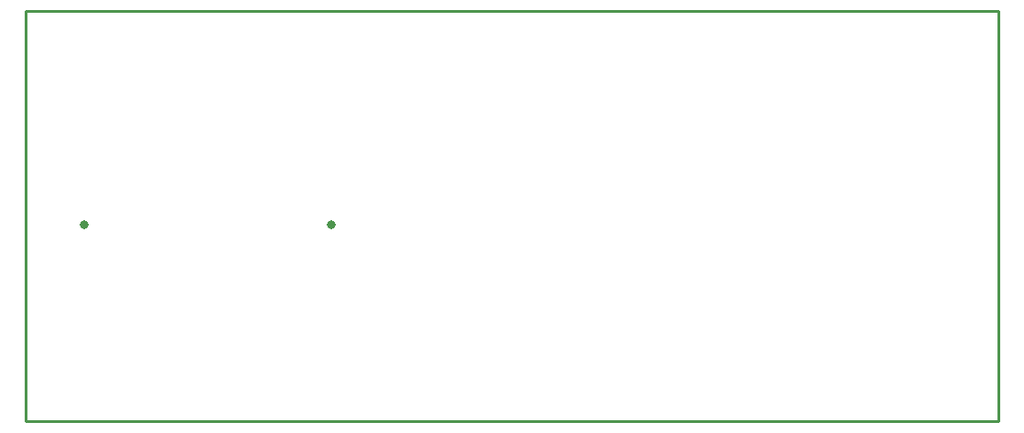
<source format=gbr>
G04 #@! TF.FileFunction,Soldermask,Bot*
%FSLAX46Y46*%
G04 Gerber Fmt 4.6, Leading zero omitted, Abs format (unit mm)*
G04 Created by KiCad (PCBNEW 4.1.0-alpha+201608211231+7083~46~ubuntu16.04.1-product) date Thu Aug 25 09:44:32 2016*
%MOMM*%
%LPD*%
G01*
G04 APERTURE LIST*
%ADD10C,0.600000*%
%ADD11C,0.254000*%
%ADD12C,0.801600*%
G04 APERTURE END LIST*
D10*
D11*
X60000000Y-42000000D02*
X60000000Y-80000000D01*
X150000000Y-42000000D02*
X60000000Y-42000000D01*
X150000000Y-80000000D02*
X150000000Y-42000000D01*
X60000000Y-80000000D02*
X150000000Y-80000000D01*
D12*
X88295000Y-61782000D03*
X65435000Y-61782000D03*
M02*

</source>
